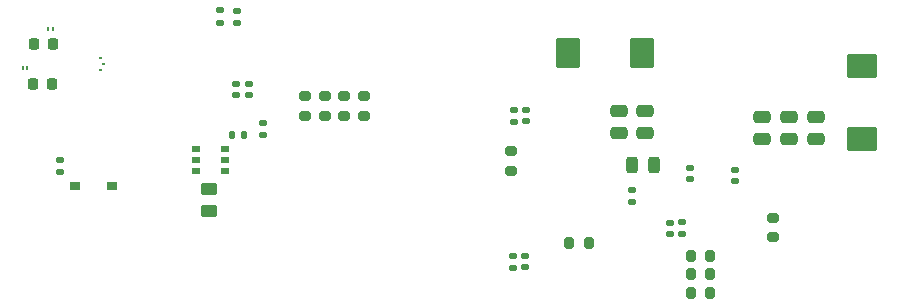
<source format=gbp>
%TF.GenerationSoftware,KiCad,Pcbnew,8.0.6*%
%TF.CreationDate,2025-02-07T14:21:58-05:00*%
%TF.ProjectId,SCAN,5343414e-2e6b-4696-9361-645f70636258,v1.0*%
%TF.SameCoordinates,Original*%
%TF.FileFunction,Paste,Bot*%
%TF.FilePolarity,Positive*%
%FSLAX46Y46*%
G04 Gerber Fmt 4.6, Leading zero omitted, Abs format (unit mm)*
G04 Created by KiCad (PCBNEW 8.0.6) date 2025-02-07 14:21:58*
%MOMM*%
%LPD*%
G01*
G04 APERTURE LIST*
G04 Aperture macros list*
%AMRoundRect*
0 Rectangle with rounded corners*
0 $1 Rounding radius*
0 $2 $3 $4 $5 $6 $7 $8 $9 X,Y pos of 4 corners*
0 Add a 4 corners polygon primitive as box body*
4,1,4,$2,$3,$4,$5,$6,$7,$8,$9,$2,$3,0*
0 Add four circle primitives for the rounded corners*
1,1,$1+$1,$2,$3*
1,1,$1+$1,$4,$5*
1,1,$1+$1,$6,$7*
1,1,$1+$1,$8,$9*
0 Add four rect primitives between the rounded corners*
20,1,$1+$1,$2,$3,$4,$5,0*
20,1,$1+$1,$4,$5,$6,$7,0*
20,1,$1+$1,$6,$7,$8,$9,0*
20,1,$1+$1,$8,$9,$2,$3,0*%
G04 Aperture macros list end*
%ADD10C,0.000000*%
%ADD11R,0.228600X0.304800*%
%ADD12RoundRect,0.135000X-0.185000X0.135000X-0.185000X-0.135000X0.185000X-0.135000X0.185000X0.135000X0*%
%ADD13R,0.800100X0.508000*%
%ADD14RoundRect,0.200000X-0.200000X-0.275000X0.200000X-0.275000X0.200000X0.275000X-0.200000X0.275000X0*%
%ADD15RoundRect,0.200000X0.275000X-0.200000X0.275000X0.200000X-0.275000X0.200000X-0.275000X-0.200000X0*%
%ADD16RoundRect,0.135000X0.185000X-0.135000X0.185000X0.135000X-0.185000X0.135000X-0.185000X-0.135000X0*%
%ADD17RoundRect,0.250000X0.475000X-0.250000X0.475000X0.250000X-0.475000X0.250000X-0.475000X-0.250000X0*%
%ADD18RoundRect,0.200000X-0.275000X0.200000X-0.275000X-0.200000X0.275000X-0.200000X0.275000X0.200000X0*%
%ADD19RoundRect,0.140000X-0.170000X0.140000X-0.170000X-0.140000X0.170000X-0.140000X0.170000X0.140000X0*%
%ADD20RoundRect,0.225000X0.225000X0.250000X-0.225000X0.250000X-0.225000X-0.250000X0.225000X-0.250000X0*%
%ADD21RoundRect,0.250000X1.025000X-0.787500X1.025000X0.787500X-1.025000X0.787500X-1.025000X-0.787500X0*%
%ADD22RoundRect,0.200000X0.200000X0.275000X-0.200000X0.275000X-0.200000X-0.275000X0.200000X-0.275000X0*%
%ADD23RoundRect,0.140000X0.170000X-0.140000X0.170000X0.140000X-0.170000X0.140000X-0.170000X-0.140000X0*%
%ADD24RoundRect,0.243750X0.243750X0.456250X-0.243750X0.456250X-0.243750X-0.456250X0.243750X-0.456250X0*%
%ADD25RoundRect,0.250000X-0.787500X-1.025000X0.787500X-1.025000X0.787500X1.025000X-0.787500X1.025000X0*%
%ADD26RoundRect,0.135000X-0.135000X-0.185000X0.135000X-0.185000X0.135000X0.185000X-0.135000X0.185000X0*%
%ADD27RoundRect,0.250000X-0.450000X0.262500X-0.450000X-0.262500X0.450000X-0.262500X0.450000X0.262500X0*%
%ADD28R,0.820000X0.760000*%
G04 APERTURE END LIST*
D10*
%TO.C,U3*%
G36*
X65614430Y-91995970D02*
G01*
X65623884Y-91998838D01*
X65632599Y-92003496D01*
X65640237Y-92009762D01*
X65646503Y-92017400D01*
X65651161Y-92026115D01*
X65654029Y-92035569D01*
X65654999Y-92045401D01*
X65654999Y-92154601D01*
X65654029Y-92164433D01*
X65651161Y-92173887D01*
X65646503Y-92182602D01*
X65640237Y-92190240D01*
X65632599Y-92196506D01*
X65623884Y-92201164D01*
X65614430Y-92204032D01*
X65604598Y-92205002D01*
X65495398Y-92205002D01*
X65485566Y-92204032D01*
X65476112Y-92201164D01*
X65467397Y-92196506D01*
X65459759Y-92190240D01*
X65453493Y-92182602D01*
X65448835Y-92173887D01*
X65445967Y-92164433D01*
X65444999Y-92154601D01*
X65444999Y-92045401D01*
X65445967Y-92035569D01*
X65448835Y-92026115D01*
X65453493Y-92017400D01*
X65459759Y-92009762D01*
X65467397Y-92003496D01*
X65476112Y-91998838D01*
X65485566Y-91995970D01*
X65495398Y-91995002D01*
X65604598Y-91995002D01*
X65614430Y-91995970D01*
G37*
G36*
X65614430Y-92995968D02*
G01*
X65623884Y-92998836D01*
X65632599Y-93003494D01*
X65640237Y-93009760D01*
X65646503Y-93017398D01*
X65651161Y-93026113D01*
X65654029Y-93035567D01*
X65654999Y-93045399D01*
X65654999Y-93154599D01*
X65654029Y-93164431D01*
X65651161Y-93173885D01*
X65646503Y-93182600D01*
X65640237Y-93190238D01*
X65632599Y-93196504D01*
X65623884Y-93201162D01*
X65614430Y-93204030D01*
X65604598Y-93204998D01*
X65495398Y-93204998D01*
X65485566Y-93204030D01*
X65476112Y-93201162D01*
X65467397Y-93196504D01*
X65459759Y-93190238D01*
X65453493Y-93182600D01*
X65448835Y-93173885D01*
X65445967Y-93164431D01*
X65444999Y-93154599D01*
X65444999Y-93045399D01*
X65445967Y-93035567D01*
X65448835Y-93026113D01*
X65453493Y-93017398D01*
X65459759Y-93009760D01*
X65467397Y-93003494D01*
X65476112Y-92998836D01*
X65485566Y-92995968D01*
X65495398Y-92994998D01*
X65604598Y-92994998D01*
X65614430Y-92995968D01*
G37*
G36*
X65864432Y-92495969D02*
G01*
X65873886Y-92498837D01*
X65882601Y-92503495D01*
X65890239Y-92509761D01*
X65896505Y-92517399D01*
X65901163Y-92526114D01*
X65904031Y-92535568D01*
X65904999Y-92545400D01*
X65904999Y-92654600D01*
X65904031Y-92664432D01*
X65901163Y-92673886D01*
X65896505Y-92682601D01*
X65890239Y-92690239D01*
X65882601Y-92696505D01*
X65873886Y-92701163D01*
X65864432Y-92704031D01*
X65854600Y-92704999D01*
X65745400Y-92704999D01*
X65735568Y-92704031D01*
X65726114Y-92701163D01*
X65717399Y-92696505D01*
X65709761Y-92690239D01*
X65703495Y-92682601D01*
X65698837Y-92673886D01*
X65695969Y-92664432D01*
X65694999Y-92654600D01*
X65694999Y-92545400D01*
X65695969Y-92535568D01*
X65698837Y-92526114D01*
X65703495Y-92517399D01*
X65709761Y-92509761D01*
X65717399Y-92503495D01*
X65726114Y-92498837D01*
X65735568Y-92495969D01*
X65745400Y-92495001D01*
X65854600Y-92495001D01*
X65864432Y-92495969D01*
G37*
%TD*%
D11*
%TO.C,D1*%
X59335600Y-92990000D03*
X58980000Y-92990000D03*
%TD*%
D12*
%TO.C,R55*%
X77110000Y-88120000D03*
X77110000Y-89140000D03*
%TD*%
D13*
%TO.C,Q9*%
X76111900Y-99789998D03*
X76111900Y-100739999D03*
X76111900Y-101690000D03*
X73610000Y-101690000D03*
X73610000Y-100739999D03*
X73610000Y-99789998D03*
%TD*%
D14*
%TO.C,R22*%
X115547500Y-110420000D03*
X117197500Y-110420000D03*
%TD*%
D11*
%TO.C,D2*%
X61510000Y-89610000D03*
X61154400Y-89610000D03*
%TD*%
D12*
%TO.C,R54*%
X75640000Y-88080000D03*
X75640000Y-89100000D03*
%TD*%
D15*
%TO.C,R45*%
X84544444Y-96990000D03*
X84544444Y-95340000D03*
%TD*%
D16*
%TO.C,R53*%
X79310000Y-98610000D03*
X79310000Y-97590000D03*
%TD*%
D17*
%TO.C,C34*%
X111682500Y-98470000D03*
X111682500Y-96570000D03*
%TD*%
%TO.C,C32*%
X121602501Y-98989999D03*
X121602501Y-97089999D03*
%TD*%
D18*
%TO.C,R46*%
X82886666Y-95340000D03*
X82886666Y-96990000D03*
%TD*%
D16*
%TO.C,R18*%
X100612500Y-97490000D03*
X100612500Y-96470000D03*
%TD*%
%TO.C,R19*%
X100500000Y-109879999D03*
X100500000Y-108859999D03*
%TD*%
D18*
%TO.C,R48*%
X86202222Y-95340000D03*
X86202222Y-96990000D03*
%TD*%
D19*
%TO.C,C12*%
X114802500Y-106030000D03*
X114802500Y-106990000D03*
%TD*%
D20*
%TO.C,C47*%
X61430000Y-94340000D03*
X59880000Y-94340000D03*
%TD*%
D17*
%TO.C,C36*%
X109452500Y-98470000D03*
X109452500Y-96570000D03*
%TD*%
D21*
%TO.C,C39*%
X130002500Y-98989999D03*
X130002500Y-92764999D03*
%TD*%
D17*
%TO.C,C37*%
X126102501Y-98989999D03*
X126102501Y-97089999D03*
%TD*%
%TO.C,C35*%
X123852501Y-98989999D03*
X123852501Y-97089999D03*
%TD*%
D12*
%TO.C,R40*%
X62110000Y-100730000D03*
X62110000Y-101750000D03*
%TD*%
D22*
%TO.C,R23*%
X117197500Y-112010000D03*
X115547500Y-112010000D03*
%TD*%
D23*
%TO.C,C14*%
X101500000Y-109829999D03*
X101500000Y-108869999D03*
%TD*%
D15*
%TO.C,R47*%
X87860000Y-96990000D03*
X87860000Y-95340000D03*
%TD*%
D24*
%TO.C,D13*%
X112400000Y-101190000D03*
X110525000Y-101190000D03*
%TD*%
D23*
%TO.C,C44*%
X78130000Y-95270000D03*
X78130000Y-94310000D03*
%TD*%
D19*
%TO.C,C15*%
X113792500Y-106040000D03*
X113792500Y-107000000D03*
%TD*%
D18*
%TO.C,R28*%
X122472500Y-105615000D03*
X122472500Y-107265000D03*
%TD*%
D23*
%TO.C,C20*%
X119282500Y-102550000D03*
X119282500Y-101590000D03*
%TD*%
D25*
%TO.C,C38*%
X105170000Y-91680000D03*
X111395000Y-91680000D03*
%TD*%
D14*
%TO.C,R26*%
X115552500Y-108830000D03*
X117202500Y-108830000D03*
%TD*%
D20*
%TO.C,C48*%
X61515000Y-90910000D03*
X59965000Y-90910000D03*
%TD*%
D23*
%TO.C,C19*%
X115502500Y-102369999D03*
X115502500Y-101409999D03*
%TD*%
D14*
%TO.C,R25*%
X105257500Y-107800000D03*
X106907500Y-107800000D03*
%TD*%
D26*
%TO.C,R52*%
X76710000Y-98620000D03*
X77730000Y-98620000D03*
%TD*%
D23*
%TO.C,C45*%
X77010000Y-95270000D03*
X77010000Y-94310000D03*
%TD*%
%TO.C,C13*%
X101612500Y-97440000D03*
X101612500Y-96480000D03*
%TD*%
D27*
%TO.C,R56*%
X74740000Y-103227500D03*
X74740000Y-105052500D03*
%TD*%
D28*
%TO.C,D15*%
X66570000Y-102910000D03*
X63370000Y-102910000D03*
%TD*%
D16*
%TO.C,R27*%
X110542500Y-104290000D03*
X110542500Y-103270000D03*
%TD*%
D18*
%TO.C,R24*%
X100322500Y-99995000D03*
X100322500Y-101645000D03*
%TD*%
M02*

</source>
